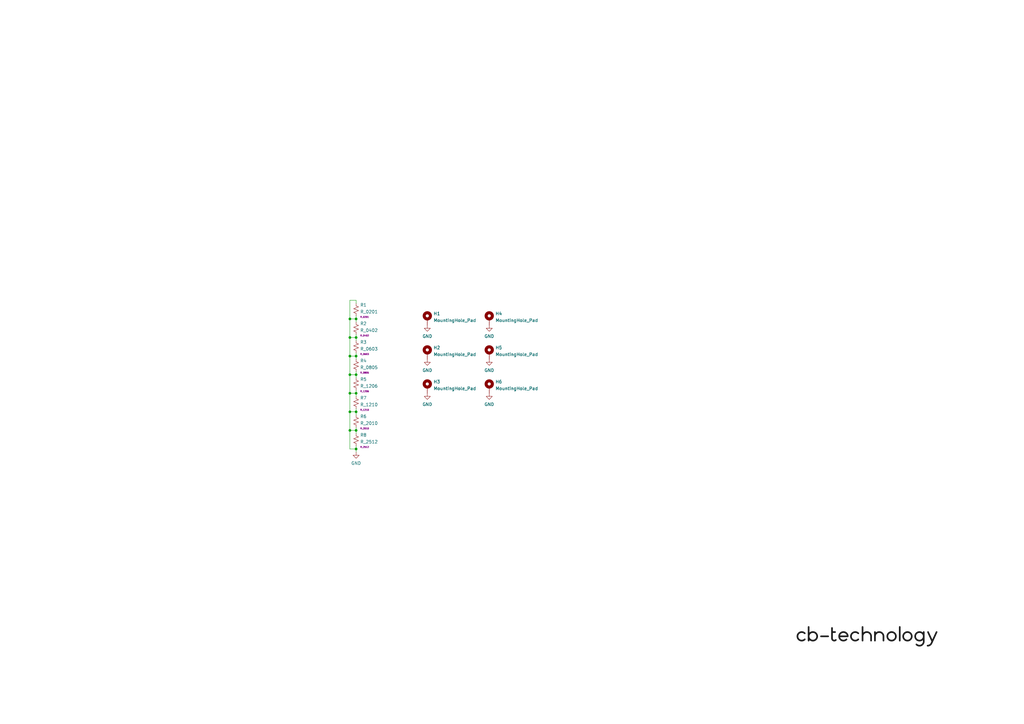
<source format=kicad_sch>
(kicad_sch (version 20211123) (generator eeschema)
  (paper "A3")
  (title_block (title "BUSINESS_CARD") (date "2022-01-01") (rev "0A") (company "CB-TECHNOLOGY"))
  (lib_symbols
    (symbol "Mechanical:MountingHole_Pad" (pin_numbers hide) (pin_names (offset 1.016) hide)
      (property "Reference" "H" (at 0 6.35 0))
      (property "Value" "MountingHole_Pad" (at 0 4.445 0))
      (symbol "MountingHole_Pad_0_1"
        (circle (center 0 1.27) (radius 1.27) (stroke (width 1.27)))
      )
      (symbol "MountingHole_Pad_1_1"
        (pin input line (at 0 -2.54 90) (length 2.54) (name "1") (number "1"))
      )
    )
    (symbol "R_Resistor:R_0201" (pin_numbers hide) (pin_names (offset 1.016))
      (property "Reference" "R" (at 2.54 1.905 0))
      (property "Value" "R_0201" (at 5.08 0 0))
      (property "Size" "R_0201" (at 3.81 -1.905 0))
      (symbol "R_0201_1_1"
        (polyline (pts (xy 0 0) (xy 1.016 -0.381) (xy 0 -0.762) (xy -1.016 -1.143) (xy 0 -1.524)))
        (polyline (pts (xy 0 1.524) (xy 1.016 1.143) (xy 0 0.762) (xy -1.016 0.381) (xy 0 0)))
        (pin passive line (at 0 2.54 270) (length 1.016) (name "~") (number "1"))
        (pin passive line (at 0 -2.54 90) (length 1.016) (name "~") (number "2"))
      )
    )
    (symbol "R_Resistor:R_0402" (pin_numbers hide) (pin_names (offset 1.016))
      (property "Reference" "R" (at 2.54 1.905 0))
      (property "Value" "R_0402" (at 5.08 0 0))
      (property "Size" "R_0402" (at 3.81 -1.905 0))
      (symbol "R_0402_1_1"
        (polyline (pts (xy 0 0) (xy 1.016 -0.381) (xy 0 -0.762) (xy -1.016 -1.143) (xy 0 -1.524)))
        (polyline (pts (xy 0 1.524) (xy 1.016 1.143) (xy 0 0.762) (xy -1.016 0.381) (xy 0 0)))
        (pin passive line (at 0 2.54 270) (length 1.016) (name "~") (number "1"))
        (pin passive line (at 0 -2.54 90) (length 1.016) (name "~") (number "2"))
      )
    )
    (symbol "R_Resistor:R_0603" (pin_numbers hide) (pin_names (offset 1.016))
      (property "Reference" "R" (at 2.54 1.905 0))
      (property "Value" "R_0603" (at 5.08 0 0))
      (property "Size" "R_0603" (at 3.81 -1.905 0))
      (symbol "R_0603_1_1"
        (polyline (pts (xy 0 0) (xy 1.016 -0.381) (xy 0 -0.762) (xy -1.016 -1.143) (xy 0 -1.524)))
        (polyline (pts (xy 0 1.524) (xy 1.016 1.143) (xy 0 0.762) (xy -1.016 0.381) (xy 0 0)))
        (pin passive line (at 0 2.54 270) (length 1.016) (name "~") (number "1"))
        (pin passive line (at 0 -2.54 90) (length 1.016) (name "~") (number "2"))
      )
    )
    (symbol "R_Resistor:R_0805" (pin_numbers hide) (pin_names (offset 1.016))
      (property "Reference" "R" (at 2.54 1.905 0))
      (property "Value" "R_0805" (at 5.08 0 0))
      (property "Size" "R_0805" (at 3.81 -1.905 0))
      (symbol "R_0805_1_1"
        (polyline (pts (xy 0 0) (xy 1.016 -0.381) (xy 0 -0.762) (xy -1.016 -1.143) (xy 0 -1.524)))
        (polyline (pts (xy 0 1.524) (xy 1.016 1.143) (xy 0 0.762) (xy -1.016 0.381) (xy 0 0)))
        (pin passive line (at 0 2.54 270) (length 1.016) (name "~") (number "1"))
        (pin passive line (at 0 -2.54 90) (length 1.016) (name "~") (number "2"))
      )
    )
    (symbol "R_Resistor:R_1206" (pin_numbers hide) (pin_names (offset 1.016))
      (property "Reference" "R" (at 2.54 1.905 0))
      (property "Value" "R_1206" (at 5.08 0 0))
      (property "Size" "R_1206" (at 3.81 -1.905 0))
      (symbol "R_1206_1_1"
        (polyline (pts (xy 0 0) (xy 1.016 -0.381) (xy 0 -0.762) (xy -1.016 -1.143) (xy 0 -1.524)))
        (polyline (pts (xy 0 1.524) (xy 1.016 1.143) (xy 0 0.762) (xy -1.016 0.381) (xy 0 0)))
        (pin passive line (at 0 2.54 270) (length 1.016) (name "~") (number "1"))
        (pin passive line (at 0 -2.54 90) (length 1.016) (name "~") (number "2"))
      )
    )
    (symbol "R_Resistor:R_1210" (pin_numbers hide) (pin_names (offset 1.016))
      (property "Reference" "R" (at 2.54 1.905 0))
      (property "Value" "R_1210" (at 5.08 0 0))
      (property "Size" "R_1210" (at 3.81 -1.905 0))
      (symbol "R_1210_1_1"
        (polyline (pts (xy 0 0) (xy 1.016 -0.381) (xy 0 -0.762) (xy -1.016 -1.143) (xy 0 -1.524)))
        (polyline (pts (xy 0 1.524) (xy 1.016 1.143) (xy 0 0.762) (xy -1.016 0.381) (xy 0 0)))
        (pin passive line (at 0 2.54 270) (length 1.016) (name "~") (number "1"))
        (pin passive line (at 0 -2.54 90) (length 1.016) (name "~") (number "2"))
      )
    )
    (symbol "R_Resistor:R_2010" (pin_numbers hide) (pin_names (offset 1.016))
      (property "Reference" "R" (at 2.54 1.905 0))
      (property "Value" "R_2010" (at 5.08 0 0))
      (property "Size" "R_2010" (at 3.81 -1.905 0))
      (symbol "R_2010_1_1"
        (polyline (pts (xy 0 0) (xy 1.016 -0.381) (xy 0 -0.762) (xy -1.016 -1.143) (xy 0 -1.524)))
        (polyline (pts (xy 0 1.524) (xy 1.016 1.143) (xy 0 0.762) (xy -1.016 0.381) (xy 0 0)))
        (pin passive line (at 0 2.54 270) (length 1.016) (name "~") (number "1"))
        (pin passive line (at 0 -2.54 90) (length 1.016) (name "~") (number "2"))
      )
    )
    (symbol "R_Resistor:R_2512" (pin_numbers hide) (pin_names (offset 1.016))
      (property "Reference" "R" (at 2.54 1.905 0))
      (property "Value" "R_2512" (at 5.08 0 0))
      (property "Size" "R_2512" (at 3.81 -1.905 0))
      (symbol "R_2512_1_1"
        (polyline (pts (xy 0 0) (xy 1.016 -0.381) (xy 0 -0.762) (xy -1.016 -1.143) (xy 0 -1.524)))
        (polyline (pts (xy 0 1.524) (xy 1.016 1.143) (xy 0 0.762) (xy -1.016 0.381) (xy 0 0)))
        (pin passive line (at 0 2.54 270) (length 1.016) (name "~") (number "1"))
        (pin passive line (at 0 -2.54 90) (length 1.016) (name "~") (number "2"))
      )
    )
    (symbol "power:GND" (power) (pin_names (offset 0))
      (property "Value" "GND" (at 0 -3.81 0))
      (symbol "GND_0_1"
        (polyline (pts (xy 0 0) (xy 0 -1.27) (xy 1.27 -1.27) (xy 0 -2.54) (xy -1.27 -1.27) (xy 0 -1.27)))
      )
      (symbol "GND_1_1"
        (pin power_in line (at 0 0 270) (length 0) hide (name "GND") (number "1"))
      )
    )
  )
  (junction (at 143.51 161.29))
  (junction (at 146.05 161.29))
  (junction (at 143.51 153.67))
  (junction (at 146.05 146.05))
  (junction (at 146.05 176.53))
  (junction (at 146.05 168.91))
  (junction (at 143.51 138.43))
  (junction (at 143.51 176.53))
  (junction (at 143.51 130.81))
  (junction (at 146.05 138.43))
  (junction (at 143.51 168.91))
  (junction (at 146.05 153.67))
  (junction (at 146.05 130.81))
  (junction (at 146.05 184.15))
  (junction (at 143.51 146.05))
  (wire (pts (xy 146.05 162.56) (xy 146.05 161.29)))
  (wire (pts (xy 143.51 153.67) (xy 143.51 161.29)))
  (wire (pts (xy 146.05 152.4) (xy 146.05 153.67)))
  (wire (pts (xy 143.51 161.29) (xy 146.05 161.29)))
  (wire (pts (xy 146.05 170.18) (xy 146.05 168.91)))
  (wire (pts (xy 146.05 153.67) (xy 146.05 154.94)))
  (wire (pts (xy 146.05 176.53) (xy 146.05 177.8)))
  (wire (pts (xy 143.51 153.67) (xy 146.05 153.67)))
  (wire (pts (xy 146.05 161.29) (xy 146.05 160.02)))
  (wire (pts (xy 143.51 138.43) (xy 143.51 146.05)))
  (wire (pts (xy 143.51 168.91) (xy 143.51 176.53)))
  (wire (pts (xy 146.05 182.88) (xy 146.05 184.15)))
  (wire (pts (xy 146.05 129.54) (xy 146.05 130.81)))
  (wire (pts (xy 143.51 146.05) (xy 146.05 146.05)))
  (wire (pts (xy 146.05 175.26) (xy 146.05 176.53)))
  (wire (pts (xy 143.51 130.81) (xy 146.05 130.81)))
  (wire (pts (xy 143.51 176.53) (xy 143.51 184.15)))
  (wire (pts (xy 143.51 138.43) (xy 146.05 138.43)))
  (wire (pts (xy 143.51 146.05) (xy 143.51 153.67)))
  (wire (pts (xy 146.05 138.43) (xy 146.05 139.7)))
  (wire (pts (xy 146.05 184.15) (xy 143.51 184.15)))
  (wire (pts (xy 143.51 176.53) (xy 146.05 176.53)))
  (wire (pts (xy 146.05 137.16) (xy 146.05 138.43)))
  (wire (pts (xy 146.05 144.78) (xy 146.05 146.05)))
  (wire (pts (xy 146.05 146.05) (xy 146.05 147.32)))
  (wire (pts (xy 143.51 168.91) (xy 146.05 168.91)))
  (wire (pts (xy 146.05 168.91) (xy 146.05 167.64)))
  (wire (pts (xy 143.51 130.81) (xy 143.51 138.43)))
  (wire (pts (xy 146.05 184.15) (xy 146.05 185.42)))
  (wire (pts (xy 143.51 123.19) (xy 143.51 130.81)))
  (wire (pts (xy 146.05 124.46) (xy 146.05 123.19)))
  (wire (pts (xy 146.05 130.81) (xy 146.05 132.08)))
  (wire (pts (xy 146.05 123.19) (xy 143.51 123.19)))
  (wire (pts (xy 143.51 161.29) (xy 143.51 168.91)))
  (image (at 355.6 260.985) (scale 0.227268))
  (symbol (lib_id "power:GND") (at 146.05 185.42 0) (unit 1)
    (property "Reference" "#PWR01" (effects hide))
    (property "Value" "GND" (at 146.05 189.9825 0))
  )
  (symbol (lib_id "Mechanical:MountingHole_Pad") (at 200.66 158.75 0) (unit 1)
    (property "Reference" "H6" (at 203.2 156.5715 0) (effects (justify left)))
    (property "Value" "MountingHole_Pad" (at 203.2 159.3466 0) (effects (justify left)))
    (property "Footprint" "MountingHole:MountingHole_6mm" (effects hide))
  )
  (symbol (lib_id "R_Resistor:R_2512") (at 146.05 180.34 0) (unit 1)
    (property "Reference" "R8" (at 147.701 178.4347 0) (effects (justify left)))
    (property "Value" "R_2512" (at 147.701 181.2098 0) (effects (justify left)))
    (property "Footprint" "R_Resistor:R_2512" (effects hide))
    (property "Size" "R_2512" (at 147.701 183.3547 0) (effects (font (size 0.635 0.635)) (justify left)))
  )
  (symbol (lib_id "R_Resistor:R_0402") (at 146.05 134.62 0) (unit 1)
    (property "Reference" "R2" (at 147.701 132.7147 0) (effects (justify left)))
    (property "Value" "R_0402" (at 147.701 135.4898 0) (effects (justify left)))
    (property "Footprint" "R_Resistor:R_0402" (effects hide))
    (property "Size" "R_0402" (at 147.701 137.6347 0) (effects (font (size 0.635 0.635)) (justify left)))
  )
  (symbol (lib_id "R_Resistor:R_1206") (at 146.05 157.48 0) (unit 1)
    (property "Reference" "R5" (at 147.701 155.5747 0) (effects (justify left)))
    (property "Value" "R_1206" (at 147.701 158.3498 0) (effects (justify left)))
    (property "Footprint" "R_Resistor:R_1206" (effects hide))
    (property "Size" "R_1206" (at 147.701 160.4947 0) (effects (font (size 0.635 0.635)) (justify left)))
  )
  (symbol (lib_id "Mechanical:MountingHole_Pad") (at 175.26 158.75 0) (unit 1)
    (property "Reference" "H3" (at 177.8 156.5715 0) (effects (justify left)))
    (property "Value" "MountingHole_Pad" (at 177.8 159.3466 0) (effects (justify left)))
    (property "Footprint" "MountingHole:MountingHole_3mm" (effects hide))
  )
  (symbol (lib_id "R_Resistor:R_0603") (at 146.05 142.24 0) (unit 1)
    (property "Reference" "R3" (at 147.701 140.3347 0) (effects (justify left)))
    (property "Value" "R_0603" (at 147.701 143.1098 0) (effects (justify left)))
    (property "Footprint" "R_Resistor:R_0603" (effects hide))
    (property "Size" "R_0603" (at 147.701 145.2547 0) (effects (font (size 0.635 0.635)) (justify left)))
  )
  (symbol (lib_id "R_Resistor:R_1210") (at 146.05 165.1 0) (unit 1)
    (property "Reference" "R7" (at 147.701 163.1947 0) (effects (justify left)))
    (property "Value" "R_1210" (at 147.701 165.9698 0) (effects (justify left)))
    (property "Footprint" "R_Resistor:R_1210" (effects hide))
    (property "Size" "R_1210" (at 147.701 168.1147 0) (effects (font (size 0.635 0.635)) (justify left)))
  )
  (symbol (lib_id "R_Resistor:R_2010") (at 146.05 172.72 0) (unit 1)
    (property "Reference" "R6" (at 147.701 170.8147 0) (effects (justify left)))
    (property "Value" "R_2010" (at 147.701 173.5898 0) (effects (justify left)))
    (property "Footprint" "R_Resistor:R_2010" (effects hide))
    (property "Size" "R_2010" (at 147.701 175.7347 0) (effects (font (size 0.635 0.635)) (justify left)))
  )
  (symbol (lib_id "Mechanical:MountingHole_Pad") (at 175.26 130.81 0) (unit 1)
    (property "Reference" "H1" (at 177.8 128.6315 0) (effects (justify left)))
    (property "Value" "MountingHole_Pad" (at 177.8 131.4066 0) (effects (justify left)))
    (property "Footprint" "MountingHole:MountingHole_2mm" (effects hide))
  )
  (symbol (lib_id "R_Resistor:R_0201") (at 146.05 127 0) (unit 1)
    (property "Reference" "R1" (at 147.701 125.0947 0) (effects (justify left)))
    (property "Value" "R_0201" (at 147.701 127.8698 0) (effects (justify left)))
    (property "Footprint" "R_Resistor:R_0201" (effects hide))
    (property "Size" "R_0201" (at 147.701 130.0147 0) (effects (font (size 0.635 0.635)) (justify left)))
  )
  (symbol (lib_id "Mechanical:MountingHole_Pad") (at 200.66 144.78 0) (unit 1)
    (property "Reference" "H5" (at 203.2 142.6015 0) (effects (justify left)))
    (property "Value" "MountingHole_Pad" (at 203.2 145.3766 0) (effects (justify left)))
    (property "Footprint" "MountingHole:MountingHole_5mm" (effects hide))
  )
  (symbol (lib_id "power:GND") (at 175.26 133.35 0) (unit 1)
    (property "Reference" "#PWR02" (effects hide))
    (property "Value" "GND" (at 175.26 137.9125 0))
  )
  (symbol (lib_id "power:GND") (at 175.26 161.29 0) (unit 1)
    (property "Reference" "#PWR04" (effects hide))
    (property "Value" "GND" (at 175.26 165.8525 0))
  )
  (symbol (lib_id "R_Resistor:R_0805") (at 146.05 149.86 0) (unit 1)
    (property "Reference" "R4" (at 147.701 147.9547 0) (effects (justify left)))
    (property "Value" "R_0805" (at 147.701 150.7298 0) (effects (justify left)))
    (property "Footprint" "R_Resistor:R_0805" (effects hide))
    (property "Size" "R_0805" (at 147.701 152.8747 0) (effects (font (size 0.635 0.635)) (justify left)))
  )
  (symbol (lib_id "Mechanical:MountingHole_Pad") (at 175.26 144.78 0) (unit 1)
    (property "Reference" "H2" (at 177.8 142.6015 0) (effects (justify left)))
    (property "Value" "MountingHole_Pad" (at 177.8 145.3766 0) (effects (justify left)))
    (property "Footprint" "MountingHole:MountingHole_2.5mm" (effects hide))
  )
  (symbol (lib_id "power:GND") (at 175.26 147.32 0) (unit 1)
    (property "Reference" "#PWR03" (effects hide))
    (property "Value" "GND" (at 175.26 151.8825 0))
  )
  (symbol (lib_id "power:GND") (at 200.66 147.32 0) (unit 1)
    (property "Reference" "#PWR06" (effects hide))
    (property "Value" "GND" (at 200.66 151.8825 0))
  )
  (symbol (lib_id "Mechanical:MountingHole_Pad") (at 200.66 130.81 0) (unit 1)
    (property "Reference" "H4" (at 203.2 128.6315 0) (effects (justify left)))
    (property "Value" "MountingHole_Pad" (at 203.2 131.4066 0) (effects (justify left)))
    (property "Footprint" "MountingHole:MountingHole_4mm" (effects hide))
  )
  (symbol (lib_id "power:GND") (at 200.66 133.35 0) (unit 1)
    (property "Reference" "#PWR05" (effects hide))
    (property "Value" "GND" (at 200.66 137.9125 0))
  )
  (symbol (lib_id "power:GND") (at 200.66 161.29 0) (unit 1)
    (property "Reference" "#PWR07" (effects hide))
    (property "Value" "GND" (at 200.66 165.8525 0))
  )
)
</source>
